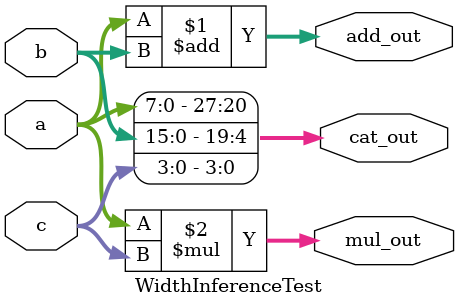
<source format=v>
module WidthInferenceTest(
  input [7:0] a,
  input [15:0] b,
  input [3:0] c,
  output [15:0] add_out,
  output [11:0] mul_out,
  output [27:0] cat_out
);

  assign add_out = a + b;
  assign mul_out = a * c;
  assign cat_out = {a, b, c};

endmodule

</source>
